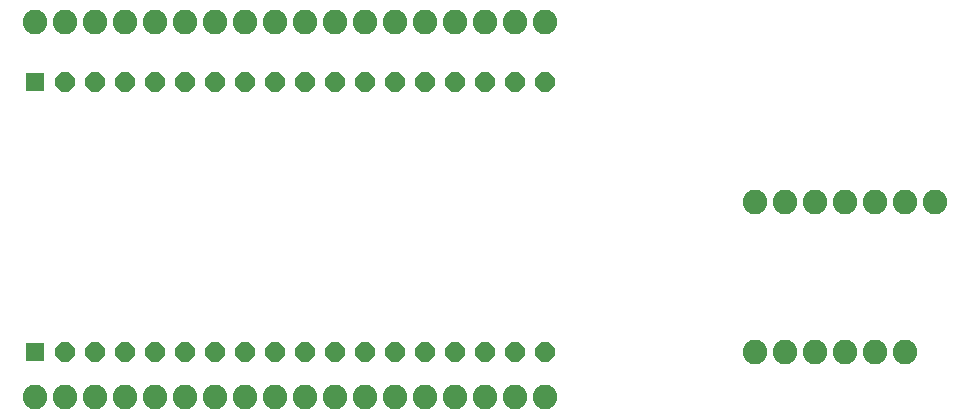
<source format=gts>
G75*
%MOIN*%
%OFA0B0*%
%FSLAX25Y25*%
%IPPOS*%
%LPD*%
%AMOC8*
5,1,8,0,0,1.08239X$1,22.5*
%
%ADD10C,0.08200*%
%ADD11R,0.06350X0.06350*%
%ADD12OC8,0.06350*%
D10*
X0026300Y0016800D03*
X0036300Y0016800D03*
X0046300Y0016800D03*
X0056300Y0016800D03*
X0066300Y0016800D03*
X0076300Y0016800D03*
X0086300Y0016800D03*
X0096300Y0016800D03*
X0106300Y0016800D03*
X0116300Y0016800D03*
X0126300Y0016800D03*
X0136300Y0016800D03*
X0146300Y0016800D03*
X0156300Y0016800D03*
X0166300Y0016800D03*
X0176300Y0016800D03*
X0186300Y0016800D03*
X0196300Y0016800D03*
X0266300Y0031800D03*
X0276300Y0031800D03*
X0286300Y0031800D03*
X0296300Y0031800D03*
X0306300Y0031800D03*
X0316300Y0031800D03*
X0316300Y0081800D03*
X0306300Y0081800D03*
X0296300Y0081800D03*
X0286300Y0081800D03*
X0276300Y0081800D03*
X0266300Y0081800D03*
X0326300Y0081800D03*
X0196300Y0141800D03*
X0186300Y0141800D03*
X0176300Y0141800D03*
X0166300Y0141800D03*
X0156300Y0141800D03*
X0146300Y0141800D03*
X0136300Y0141800D03*
X0126300Y0141800D03*
X0116300Y0141800D03*
X0106300Y0141800D03*
X0096300Y0141800D03*
X0086300Y0141800D03*
X0076300Y0141800D03*
X0066300Y0141800D03*
X0056300Y0141800D03*
X0046300Y0141800D03*
X0036300Y0141800D03*
X0026300Y0141800D03*
D11*
X0026300Y0121800D03*
X0026300Y0031800D03*
D12*
X0036300Y0031800D03*
X0046300Y0031800D03*
X0056300Y0031800D03*
X0066300Y0031800D03*
X0076300Y0031800D03*
X0086300Y0031800D03*
X0096300Y0031800D03*
X0106300Y0031800D03*
X0116300Y0031800D03*
X0126300Y0031800D03*
X0136300Y0031800D03*
X0146300Y0031800D03*
X0156300Y0031800D03*
X0166300Y0031800D03*
X0176300Y0031800D03*
X0186300Y0031800D03*
X0196300Y0031800D03*
X0196300Y0121800D03*
X0186300Y0121800D03*
X0176300Y0121800D03*
X0166300Y0121800D03*
X0156300Y0121800D03*
X0146300Y0121800D03*
X0136300Y0121800D03*
X0126300Y0121800D03*
X0116300Y0121800D03*
X0106300Y0121800D03*
X0096300Y0121800D03*
X0086300Y0121800D03*
X0076300Y0121800D03*
X0066300Y0121800D03*
X0056300Y0121800D03*
X0046300Y0121800D03*
X0036300Y0121800D03*
M02*

</source>
